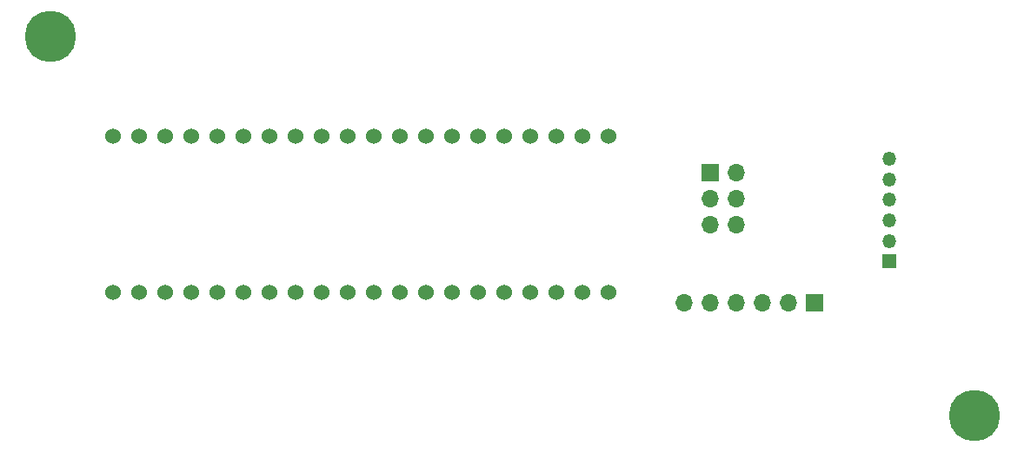
<source format=gbs>
G04 #@! TF.FileFunction,Soldermask,Bot*
%FSLAX46Y46*%
G04 Gerber Fmt 4.6, Leading zero omitted, Abs format (unit mm)*
G04 Created by KiCad (PCBNEW 4.0.7-e1-6374~58~ubuntu16.04.1) date Mon Aug  7 21:59:43 2017*
%MOMM*%
%LPD*%
G01*
G04 APERTURE LIST*
%ADD10C,0.100000*%
%ADD11C,5.000000*%
%ADD12R,1.700000X1.700000*%
%ADD13O,1.700000X1.700000*%
%ADD14C,1.524000*%
%ADD15R,1.350000X1.350000*%
%ADD16O,1.350000X1.350000*%
G04 APERTURE END LIST*
D10*
D11*
X251750000Y-136750000D03*
D12*
X226060000Y-113030000D03*
D13*
X228600000Y-113030000D03*
X226060000Y-115570000D03*
X228600000Y-115570000D03*
X226060000Y-118110000D03*
X228600000Y-118110000D03*
D14*
X167915001Y-124735001D03*
X170455001Y-124735001D03*
X172995001Y-124735001D03*
X175535001Y-124735001D03*
X178075001Y-124735001D03*
X180615001Y-124735001D03*
X183155001Y-124735001D03*
X185695001Y-124735001D03*
X188235001Y-124735001D03*
X190775001Y-124735001D03*
X193315001Y-124735001D03*
X195855001Y-124735001D03*
X198395001Y-124735001D03*
X200935001Y-124735001D03*
X203475001Y-124735001D03*
X206015001Y-124735001D03*
X208555001Y-124735001D03*
X211095001Y-124735001D03*
X213635001Y-124735001D03*
X216175001Y-124735001D03*
X216175001Y-109495001D03*
X213635001Y-109495001D03*
X211095001Y-109495001D03*
X208555001Y-109495001D03*
X206015001Y-109495001D03*
X203475001Y-109495001D03*
X200935001Y-109495001D03*
X198395001Y-109495001D03*
X195855001Y-109495001D03*
X193315001Y-109495001D03*
X190775001Y-109495001D03*
X188235001Y-109495001D03*
X185695001Y-109495001D03*
X183155001Y-109495001D03*
X180615001Y-109495001D03*
X178075001Y-109495001D03*
X175535001Y-109495001D03*
X172995001Y-109495001D03*
X170455001Y-109495001D03*
X167915001Y-109495001D03*
D12*
X236220000Y-125730000D03*
D13*
X233680000Y-125730000D03*
X231140000Y-125730000D03*
X228600000Y-125730000D03*
X226060000Y-125730000D03*
X223520000Y-125730000D03*
D15*
X243500000Y-121700000D03*
D16*
X243500000Y-119700000D03*
X243500000Y-117700000D03*
X243500000Y-115700000D03*
X243500000Y-113700000D03*
X243500000Y-111700000D03*
D11*
X161750000Y-99750000D03*
M02*

</source>
